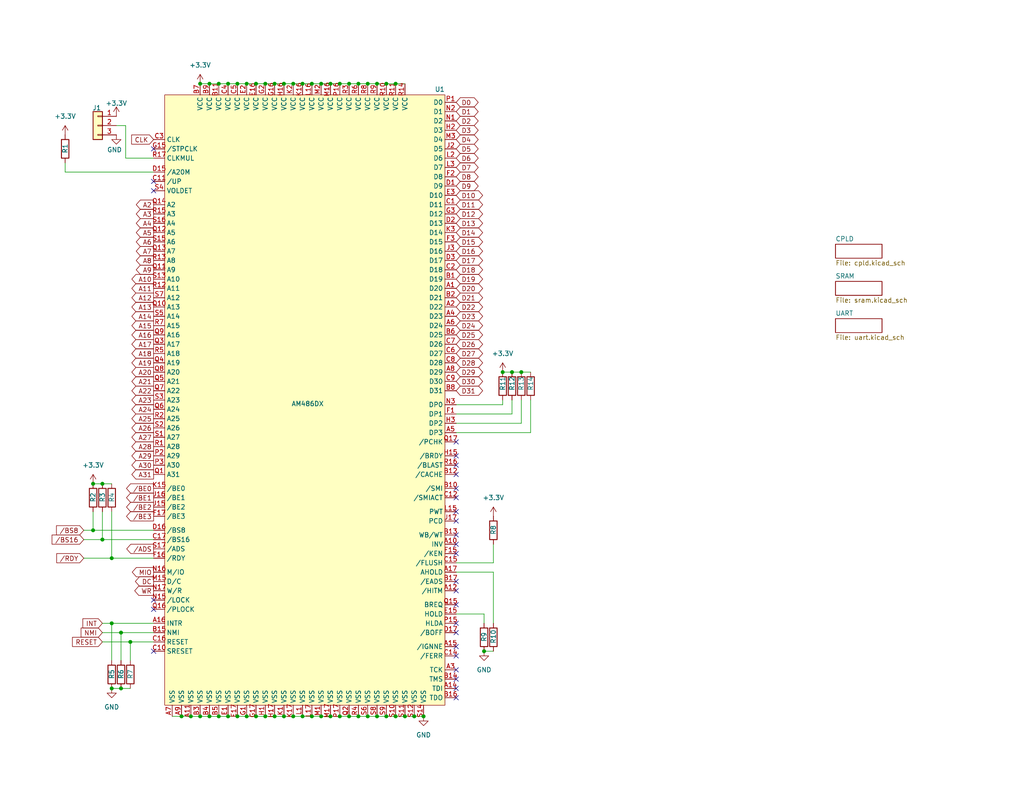
<source format=kicad_sch>
(kicad_sch (version 20231120) (generator "eeschema") (generator_version "8.0")
  (paper "USLetter")
  (title_block (title "Marlin 486 Proto") (date "2024-11-10") (rev "0.1") (company "Colin Maykish"))
  (lib_symbols
    (symbol "Am486DX:Am486DX"
      (property "Reference" "U" (at 33.02 86.36 0))
      (property "Value" "AM486DX" (at -37.084 86.614 0))
      (symbol "Am486DX_1_1"
        (rectangle (start -38.862 84.582) (end 37.592 -82.042) (fill (type background)))
        (pin bidirectional line (at 40.64 31.75 180) (length 3.048) (name "D20") (number "A1"))
        (pin input line (at 40.64 -38.1 180) (length 3.048) (name "INV") (number "A10"))
        (pin power_in line (at -31.75 -85.09 90) (length 3.048) (name "VSS") (number "A11"))
        (pin output line (at 40.64 -50.8 180) (length 3.048) (name "/HITM") (number "A12"))
        (pin no_connect line (at -41.91 -71.12 0) (length 3.048) hide (name "INC") (number "A13"))
        (pin input line (at 40.64 -77.47 180) (length 3.048) (name "TDI") (number "A14"))
        (pin input line (at 40.64 -66.04 180) (length 3.048) (name "/IGNNE") (number "A15"))
        (pin input line (at -41.91 -59.69 0) (length 3.048) (name "INTR") (number "A16"))
        (pin input line (at 40.64 -45.72 180) (length 3.048) (name "AHOLD") (number "A17"))
        (pin bidirectional line (at 40.64 26.67 180) (length 3.048) (name "D22") (number "A2"))
        (pin input line (at 40.64 -72.39 180) (length 3.048) (name "TCK") (number "A3"))
        (pin bidirectional line (at 40.64 24.13 180) (length 3.048) (name "D23") (number "A4"))
        (pin bidirectional line (at 40.64 -7.62 180) (length 3.048) (name "DP3") (number "A5"))
        (pin bidirectional line (at 40.64 21.59 180) (length 3.048) (name "D24") (number "A6"))
        (pin power_in line (at -36.83 -85.09 90) (length 3.048) (name "VSS") (number "A7"))
        (pin bidirectional line (at 40.64 8.89 180) (length 3.048) (name "D29") (number "A8"))
        (pin power_in line (at -34.29 -85.09 90) (length 3.048) (name "VSS") (number "A9"))
        (pin bidirectional line (at 40.64 34.29 180) (length 3.048) (name "D19") (number "B1"))
        (pin input line (at 40.64 -22.86 180) (length 3.048) (name "/SMI") (number "B10"))
        (pin power_in line (at -24.13 87.63 270) (length 3.048) (name "VCC") (number "B11"))
        (pin output line (at 40.64 -19.05 180) (length 3.048) (name "/CACHE") (number "B12"))
        (pin input line (at 40.64 -35.56 180) (length 3.048) (name "WB/WT") (number "B13"))
        (pin input line (at 40.64 -74.93 180) (length 3.048) (name "TMS") (number "B14"))
        (pin input line (at -41.91 -62.23 0) (length 3.048) (name "NMI") (number "B15"))
        (pin output line (at 40.64 -80.01 180) (length 3.048) (name "TDO") (number "B16"))
        (pin input line (at 40.64 -48.26 180) (length 3.048) (name "/EADS") (number "B17"))
        (pin bidirectional line (at 40.64 29.21 180) (length 3.048) (name "D21") (number "B2"))
        (pin power_in line (at -29.21 -85.09 90) (length 3.048) (name "VSS") (number "B3"))
        (pin power_in line (at -26.67 -85.09 90) (length 3.048) (name "VSS") (number "B4"))
        (pin power_in line (at -24.13 -85.09 90) (length 3.048) (name "VSS") (number "B5"))
        (pin bidirectional line (at 40.64 19.05 180) (length 3.048) (name "D25") (number "B6"))
        (pin power_in line (at -29.21 87.63 270) (length 3.048) (name "VCC") (number "B7"))
        (pin bidirectional line (at 40.64 3.81 180) (length 3.048) (name "D31") (number "B8"))
        (pin power_in line (at -26.67 87.63 270) (length 3.048) (name "VCC") (number "B9"))
        (pin bidirectional line (at 40.64 54.61 180) (length 3.048) (name "D11") (number "C1"))
        (pin input line (at -41.91 -67.31 0) (length 3.048) (name "SRESET") (number "C10"))
        (pin input line (at -41.91 60.96 0) (length 3.048) (name "/UP") (number "C11"))
        (pin output line (at 40.64 -25.4 180) (length 3.048) (name "/SMIACT") (number "C12"))
        (pin no_connect line (at -41.91 -73.66 0) (length 3.048) hide (name "INC") (number "C13"))
        (pin output line (at 40.64 -68.58 180) (length 3.048) (name "/FERR") (number "C14"))
        (pin input line (at 40.64 -43.18 180) (length 3.048) (name "/FLUSH") (number "C15"))
        (pin input line (at -41.91 -64.77 0) (length 3.048) (name "RESET") (number "C16"))
        (pin input line (at -41.91 -36.83 0) (length 3.048) (name "/BS16") (number "C17"))
        (pin bidirectional line (at 40.64 36.83 180) (length 3.048) (name "D18") (number "C2"))
        (pin input line (at -41.91 72.39 0) (length 3.048) (name "CLK") (number "C3"))
        (pin power_in line (at -21.59 87.63 270) (length 3.048) (name "VCC") (number "C4"))
        (pin power_in line (at -19.05 87.63 270) (length 3.048) (name "VCC") (number "C5"))
        (pin bidirectional line (at 40.64 13.97 180) (length 3.048) (name "D27") (number "C6"))
        (pin bidirectional line (at 40.64 16.51 180) (length 3.048) (name "D26") (number "C7"))
        (pin bidirectional line (at 40.64 11.43 180) (length 3.048) (name "D28") (number "C8"))
        (pin bidirectional line (at 40.64 6.35 180) (length 3.048) (name "D30") (number "C9"))
        (pin bidirectional line (at 40.64 59.69 180) (length 3.048) (name "D9") (number "D1"))
        (pin input line (at -41.91 63.5 0) (length 3.048) (name "/A20M") (number "D15"))
        (pin input line (at -41.91 -34.29 0) (length 3.048) (name "/BS8") (number "D16"))
        (pin input line (at 40.64 -62.23 180) (length 3.048) (name "/BOFF") (number "D17"))
        (pin bidirectional line (at 40.64 49.53 180) (length 3.048) (name "D13") (number "D2"))
        (pin bidirectional line (at 40.64 39.37 180) (length 3.048) (name "D17") (number "D3"))
        (pin power_in line (at -21.59 -85.09 90) (length 3.048) (name "VSS") (number "E1"))
        (pin input line (at 40.64 -57.15 180) (length 3.048) (name "HOLD") (number "E15"))
        (pin power_in line (at -13.97 87.63 270) (length 3.048) (name "VCC") (number "E16"))
        (pin power_in line (at -19.05 -85.09 90) (length 3.048) (name "VSS") (number "E17"))
        (pin power_in line (at -16.51 87.63 270) (length 3.048) (name "VCC") (number "E2"))
        (pin bidirectional line (at 40.64 57.15 180) (length 3.048) (name "D10") (number "E3"))
        (pin bidirectional line (at 40.64 -2.54 180) (length 3.048) (name "DP1") (number "F1"))
        (pin input line (at 40.64 -40.64 180) (length 3.048) (name "/KEN") (number "F15"))
        (pin input line (at -41.91 -41.91 0) (length 3.048) (name "/RDY") (number "F16"))
        (pin output line (at -41.91 -30.48 0) (length 3.048) (name "/BE3") (number "F17"))
        (pin bidirectional line (at 40.64 62.23 180) (length 3.048) (name "D8") (number "F2"))
        (pin bidirectional line (at 40.64 44.45 180) (length 3.048) (name "D15") (number "F3"))
        (pin power_in line (at -16.51 -85.09 90) (length 3.048) (name "VSS") (number "G1"))
        (pin input line (at -41.91 69.85 0) (length 3.048) (name "/STPCLK") (number "G15"))
        (pin power_in line (at -8.89 87.63 270) (length 3.048) (name "VCC") (number "G16"))
        (pin power_in line (at -13.97 -85.09 90) (length 3.048) (name "VSS") (number "G17"))
        (pin power_in line (at -11.43 87.63 270) (length 3.048) (name "VCC") (number "G2"))
        (pin bidirectional line (at 40.64 52.07 180) (length 3.048) (name "D12") (number "G3"))
        (pin power_in line (at -11.43 -85.09 90) (length 3.048) (name "VSS") (number "H1"))
        (pin input line (at 40.64 -13.97 180) (length 3.048) (name "/BRDY") (number "H15"))
        (pin power_in line (at -6.35 87.63 270) (length 3.048) (name "VCC") (number "H16"))
        (pin power_in line (at -8.89 -85.09 90) (length 3.048) (name "VSS") (number "H17"))
        (pin bidirectional line (at 40.64 74.93 180) (length 3.048) (name "D3") (number "H2"))
        (pin bidirectional line (at 40.64 -5.08 180) (length 3.048) (name "DP2") (number "H3"))
        (pin no_connect line (at -41.91 -76.2 0) (length 3.048) hide (name "INC") (number "J1"))
        (pin output line (at -41.91 -27.94 0) (length 3.048) (name "/BE2") (number "J15"))
        (pin output line (at -41.91 -25.4 0) (length 3.048) (name "/BE1") (number "J16"))
        (pin output line (at 40.64 -31.75 180) (length 3.048) (name "PCD") (number "J17"))
        (pin bidirectional line (at 40.64 69.85 180) (length 3.048) (name "D5") (number "J2"))
        (pin bidirectional line (at 40.64 41.91 180) (length 3.048) (name "D16") (number "J3"))
        (pin power_in line (at -6.35 -85.09 90) (length 3.048) (name "VSS") (number "K1"))
        (pin output line (at -41.91 -22.86 0) (length 3.048) (name "/BE0") (number "K15"))
        (pin power_in line (at -1.27 87.63 270) (length 3.048) (name "VCC") (number "K16"))
        (pin power_in line (at -3.81 -85.09 90) (length 3.048) (name "VSS") (number "K17"))
        (pin power_in line (at -3.81 87.63 270) (length 3.048) (name "VCC") (number "K2"))
        (pin bidirectional line (at 40.64 46.99 180) (length 3.048) (name "D14") (number "K3"))
        (pin power_in line (at -1.27 -85.09 90) (length 3.048) (name "VSS") (number "L1"))
        (pin output line (at 40.64 -29.21 180) (length 3.048) (name "PWT") (number "L15"))
        (pin power_in line (at 1.27 87.63 270) (length 3.048) (name "VCC") (number "L16"))
        (pin power_in line (at 1.27 -85.09 90) (length 3.048) (name "VSS") (number "L17"))
        (pin bidirectional line (at 40.64 67.31 180) (length 3.048) (name "D6") (number "L2"))
        (pin bidirectional line (at 40.64 64.77 180) (length 3.048) (name "D7") (number "L3"))
        (pin power_in line (at 3.81 -85.09 90) (length 3.048) (name "VSS") (number "M1"))
        (pin output line (at -41.91 -48.26 0) (length 3.048) (name "D/C") (number "M15"))
        (pin power_in line (at 6.35 87.63 270) (length 3.048) (name "VCC") (number "M16"))
        (pin power_in line (at 6.35 -85.09 90) (length 3.048) (name "VSS") (number "M17"))
        (pin power_in line (at 3.81 87.63 270) (length 3.048) (name "VCC") (number "M2"))
        (pin bidirectional line (at 40.64 72.39 180) (length 3.048) (name "D4") (number "M3"))
        (pin bidirectional line (at 40.64 77.47 180) (length 3.048) (name "D2") (number "N1"))
        (pin output line (at -41.91 -53.34 0) (length 3.048) (name "/LOCK") (number "N15"))
        (pin output line (at -41.91 -45.72 0) (length 3.048) (name "M/IO") (number "N16"))
        (pin output line (at -41.91 -50.8 0) (length 3.048) (name "W/R") (number "N17"))
        (pin bidirectional line (at 40.64 80.01 180) (length 3.048) (name "D1") (number "N2"))
        (pin bidirectional line (at 40.64 0 180) (length 3.048) (name "DP0") (number "N3"))
        (pin bidirectional line (at 40.64 82.55 180) (length 3.048) (name "D0") (number "P1"))
        (pin output line (at 40.64 -59.69 180) (length 3.048) (name "HLDA") (number "P15"))
        (pin power_in line (at 8.89 87.63 270) (length 3.048) (name "VCC") (number "P16"))
        (pin power_in line (at 8.89 -85.09 90) (length 3.048) (name "VSS") (number "P17"))
        (pin bidirectional line (at -41.91 -13.97 0) (length 3.048) (name "A29") (number "P2"))
        (pin bidirectional line (at -41.91 -16.51 0) (length 3.048) (name "A30") (number "P3"))
        (pin bidirectional line (at -41.91 -19.05 0) (length 3.048) (name "A31") (number "Q1"))
        (pin bidirectional line (at -41.91 26.67 0) (length 3.048) (name "A13") (number "Q10"))
        (pin bidirectional line (at -41.91 36.83 0) (length 3.048) (name "A9") (number "Q11"))
        (pin bidirectional line (at -41.91 46.99 0) (length 3.048) (name "A5") (number "Q12"))
        (pin bidirectional line (at -41.91 41.91 0) (length 3.048) (name "A7") (number "Q13"))
        (pin output line (at -41.91 54.61 0) (length 3.048) (name "A2") (number "Q14"))
        (pin output line (at 40.64 -54.61 180) (length 3.048) (name "BREQ") (number "Q15"))
        (pin output line (at -41.91 -55.88 0) (length 3.048) (name "/PLOCK") (number "Q16"))
        (pin output line (at 40.64 -10.16 180) (length 3.048) (name "/PCHK") (number "Q17"))
        (pin power_in line (at 11.43 -85.09 90) (length 3.048) (name "VSS") (number "Q2"))
        (pin bidirectional line (at -41.91 16.51 0) (length 3.048) (name "A17") (number "Q3"))
        (pin bidirectional line (at -41.91 11.43 0) (length 3.048) (name "A19") (number "Q4"))
        (pin bidirectional line (at -41.91 6.35 0) (length 3.048) (name "A21") (number "Q5"))
        (pin bidirectional line (at -41.91 -1.27 0) (length 3.048) (name "A24") (number "Q6"))
        (pin bidirectional line (at -41.91 3.81 0) (length 3.048) (name "A22") (number "Q7"))
        (pin bidirectional line (at -41.91 8.89 0) (length 3.048) (name "A20") (number "Q8"))
        (pin bidirectional line (at -41.91 19.05 0) (length 3.048) (name "A16") (number "Q9"))
        (pin bidirectional line (at -41.91 -11.43 0) (length 3.048) (name "A28") (number "R1"))
        (pin power_in line (at 21.59 87.63 270) (length 3.048) (name "VCC") (number "R10"))
        (pin power_in line (at 24.13 87.63 270) (length 3.048) (name "VCC") (number "R11"))
        (pin bidirectional line (at -41.91 31.75 0) (length 3.048) (name "A11") (number "R12"))
        (pin bidirectional line (at -41.91 39.37 0) (length 3.048) (name "A8") (number "R13"))
        (pin power_in line (at 26.67 87.63 270) (length 3.048) (name "VCC") (number "R14"))
        (pin output line (at -41.91 52.07 0) (length 3.048) (name "A3") (number "R15"))
        (pin output line (at 40.64 -16.51 180) (length 3.048) (name "/BLAST") (number "R16"))
        (pin input line (at -41.91 67.31 0) (length 3.048) (name "CLKMUL") (number "R17"))
        (pin bidirectional line (at -41.91 -3.81 0) (length 3.048) (name "A25") (number "R2"))
        (pin power_in line (at 11.43 87.63 270) (length 3.048) (name "VCC") (number "R3"))
        (pin power_in line (at 13.97 -85.09 90) (length 3.048) (name "VSS") (number "R4"))
        (pin bidirectional line (at -41.91 13.97 0) (length 3.048) (name "A18") (number "R5"))
        (pin power_in line (at 13.97 87.63 270) (length 3.048) (name "VCC") (number "R6"))
        (pin bidirectional line (at -41.91 21.59 0) (length 3.048) (name "A15") (number "R7"))
        (pin power_in line (at 16.51 87.63 270) (length 3.048) (name "VCC") (number "R8"))
        (pin power_in line (at 19.05 87.63 270) (length 3.048) (name "VCC") (number "R9"))
        (pin bidirectional line (at -41.91 -8.89 0) (length 3.048) (name "A27") (number "S1"))
        (pin power_in line (at 24.13 -85.09 90) (length 3.048) (name "VSS") (number "S10"))
        (pin power_in line (at 26.67 -85.09 90) (length 3.048) (name "VSS") (number "S11"))
        (pin power_in line (at 29.21 -85.09 90) (length 3.048) (name "VSS") (number "S12"))
        (pin bidirectional line (at -41.91 34.29 0) (length 3.048) (name "A10") (number "S13"))
        (pin power_in line (at 31.75 -85.09 90) (length 3.048) (name "VSS") (number "S14"))
        (pin bidirectional line (at -41.91 44.45 0) (length 3.048) (name "A6") (number "S15"))
        (pin bidirectional line (at -41.91 49.53 0) (length 3.048) (name "A4") (number "S16"))
        (pin output line (at -41.91 -39.37 0) (length 3.048) (name "/ADS") (number "S17"))
        (pin bidirectional line (at -41.91 -6.35 0) (length 3.048) (name "A26") (number "S2"))
        (pin bidirectional line (at -41.91 1.27 0) (length 3.048) (name "A23") (number "S3"))
        (pin output line (at -41.91 58.42 0) (length 3.048) (name "VOLDET") (number "S4"))
        (pin bidirectional line (at -41.91 24.13 0) (length 3.048) (name "A14") (number "S5"))
        (pin power_in line (at 16.51 -85.09 90) (length 3.048) (name "VSS") (number "S6"))
        (pin bidirectional line (at -41.91 29.21 0) (length 3.048) (name "A12") (number "S7"))
        (pin power_in line (at 19.05 -85.09 90) (length 3.048) (name "VSS") (number "S8"))
        (pin power_in line (at 21.59 -85.09 90) (length 3.048) (name "VSS") (number "S9"))
      )
    )
    (symbol "Connector_Generic:Conn_01x03" (pin_names (offset 1.016) hide)
      (property "Reference" "J" (at 0 5.08 0))
      (property "Value" "Conn_01x03" (at 0 -5.08 0))
      (symbol "Conn_01x03_1_1"
        (rectangle (start -1.27 -2.413) (end 0 -2.667) (stroke (width 0.1524)))
        (rectangle (start -1.27 0.127) (end 0 -0.127) (stroke (width 0.1524)))
        (rectangle (start -1.27 2.667) (end 0 2.413) (stroke (width 0.1524)))
        (rectangle (start -1.27 3.81) (end 1.27 -3.81) (stroke (width 0.254)) (fill (type background)))
        (pin passive line (at -5.08 2.54 0) (length 3.81) (name "Pin_1") (number "1"))
        (pin passive line (at -5.08 0 0) (length 3.81) (name "Pin_2") (number "2"))
        (pin passive line (at -5.08 -2.54 0) (length 3.81) (name "Pin_3") (number "3"))
      )
    )
    (symbol "Device:R" (pin_numbers hide) (pin_names (offset 0))
      (property "Reference" "R" (at 2.032 0 90))
      (property "Value" "R" (at 0 0 90))
      (symbol "R_0_1"
        (rectangle (start -1.016 -2.54) (end 1.016 2.54) (stroke (width 0.254)))
      )
      (symbol "R_1_1"
        (pin passive line (at 0 3.81 270) (length 1.27) (name "~") (number "1"))
        (pin passive line (at 0 -3.81 90) (length 1.27) (name "~") (number "2"))
      )
    )
    (symbol "power:+3.3V" (power) (pin_numbers hide) (pin_names (offset 0) hide)
      (property "Value" "+3.3V" (at 0 3.556 0))
      (symbol "+3.3V_0_1"
        (polyline (pts (xy -0.762 1.27) (xy 0 2.54)))
        (polyline (pts (xy 0 0) (xy 0 2.54)))
        (polyline (pts (xy 0 2.54) (xy 0.762 1.27)))
      )
      (symbol "+3.3V_1_1"
        (pin power_in line (at 0 0 90) (length 0) (name "~") (number "1"))
      )
    )
    (symbol "power:GND" (power) (pin_numbers hide) (pin_names (offset 0) hide)
      (property "Value" "GND" (at 0 -3.81 0))
      (symbol "GND_0_1"
        (polyline (pts (xy 0 0) (xy 0 -1.27) (xy 1.27 -1.27) (xy 0 -2.54) (xy -1.27 -1.27) (xy 0 -1.27)))
      )
      (symbol "GND_1_1"
        (pin power_in line (at 0 0 270) (length 0) (name "~") (number "1"))
      )
    )
  )
  (junction (at 105.41 195.58))
  (junction (at 113.03 195.58))
  (junction (at 100.33 22.86))
  (junction (at 97.79 22.86))
  (junction (at 57.15 195.58))
  (junction (at 90.17 22.86))
  (junction (at 105.41 22.86))
  (junction (at 69.85 22.86))
  (junction (at 25.4 144.78))
  (junction (at 67.31 22.86))
  (junction (at 52.07 195.58))
  (junction (at 54.61 22.86))
  (junction (at 102.87 195.58))
  (junction (at 100.33 195.58))
  (junction (at 95.25 195.58))
  (junction (at 30.48 170.18))
  (junction (at 57.15 22.86))
  (junction (at 77.47 22.86))
  (junction (at 87.63 22.86))
  (junction (at 107.95 22.86))
  (junction (at 30.48 187.96))
  (junction (at 62.23 195.58))
  (junction (at 92.71 22.86))
  (junction (at 82.55 22.86))
  (junction (at 74.93 195.58))
  (junction (at 33.02 172.72))
  (junction (at 142.24 101.6))
  (junction (at 64.77 22.86))
  (junction (at 49.53 195.58))
  (junction (at 97.79 195.58))
  (junction (at 69.85 195.58))
  (junction (at 95.25 22.86))
  (junction (at 80.01 195.58))
  (junction (at 107.95 195.58))
  (junction (at 25.4 132.08))
  (junction (at 139.7 101.6))
  (junction (at 30.48 152.4))
  (junction (at 67.31 195.58))
  (junction (at 59.69 22.86))
  (junction (at 115.57 195.58))
  (junction (at 64.77 195.58))
  (junction (at 87.63 195.58))
  (junction (at 82.55 195.58))
  (junction (at 85.09 22.86))
  (junction (at 77.47 195.58))
  (junction (at 27.94 147.32))
  (junction (at 62.23 22.86))
  (junction (at 59.69 195.58))
  (junction (at 102.87 22.86))
  (junction (at 80.01 22.86))
  (junction (at 137.16 101.6))
  (junction (at 33.02 187.96))
  (junction (at 110.49 195.58))
  (junction (at 90.17 195.58))
  (junction (at 72.39 195.58))
  (junction (at 72.39 22.86))
  (junction (at 74.93 22.86))
  (junction (at 132.08 177.8))
  (junction (at 92.71 195.58))
  (junction (at 54.61 195.58))
  (junction (at 35.56 175.26))
  (junction (at 27.94 132.08))
  (junction (at 85.09 195.58))
  (no_connect (at 124.46 158.75))
  (no_connect (at 124.46 120.65))
  (no_connect (at 124.46 161.29))
  (no_connect (at 124.46 124.46))
  (no_connect (at 124.46 165.1))
  (no_connect (at 124.46 176.53))
  (no_connect (at 41.91 163.83))
  (no_connect (at 124.46 187.96))
  (no_connect (at 124.46 182.88))
  (no_connect (at 124.46 135.89))
  (no_connect (at 41.91 52.07))
  (no_connect (at 41.91 166.37))
  (no_connect (at 124.46 146.05))
  (no_connect (at 124.46 127))
  (no_connect (at 124.46 142.24))
  (no_connect (at 124.46 172.72))
  (no_connect (at 124.46 179.07))
  (no_connect (at 124.46 133.35))
  (no_connect (at 124.46 185.42))
  (no_connect (at 41.91 40.64))
  (no_connect (at 124.46 151.13))
  (no_connect (at 124.46 148.59))
  (no_connect (at 41.91 49.53))
  (no_connect (at 124.46 170.18))
  (no_connect (at 41.91 177.8))
  (no_connect (at 124.46 190.5))
  (no_connect (at 124.46 139.7))
  (no_connect (at 124.46 129.54))
  (wire (pts (xy 95.25 22.86) (xy 97.79 22.86)))
  (wire (pts (xy 27.94 132.08) (xy 30.48 132.08)))
  (wire (pts (xy 82.55 195.58) (xy 85.09 195.58)))
  (wire (pts (xy 35.56 175.26) (xy 41.91 175.26)))
  (wire (pts (xy 137.16 110.49) (xy 137.16 109.22)))
  (wire (pts (xy 124.46 110.49) (xy 137.16 110.49)))
  (wire (pts (xy 132.08 167.64) (xy 132.08 170.18)))
  (wire (pts (xy 80.01 22.86) (xy 82.55 22.86)))
  (wire (pts (xy 102.87 195.58) (xy 105.41 195.58)))
  (wire (pts (xy 142.24 101.6) (xy 144.78 101.6)))
  (wire (pts (xy 22.86 152.4) (xy 30.48 152.4)))
  (wire (pts (xy 139.7 113.03) (xy 139.7 109.22)))
  (wire (pts (xy 25.4 139.7) (xy 25.4 144.78)))
  (wire (pts (xy 52.07 195.58) (xy 54.61 195.58)))
  (wire (pts (xy 57.15 195.58) (xy 59.69 195.58)))
  (wire (pts (xy 105.41 22.86) (xy 107.95 22.86)))
  (wire (pts (xy 17.78 46.99) (xy 17.78 44.45)))
  (wire (pts (xy 27.94 139.7) (xy 27.94 147.32)))
  (wire (pts (xy 85.09 22.86) (xy 87.63 22.86)))
  (wire (pts (xy 100.33 22.86) (xy 102.87 22.86)))
  (wire (pts (xy 59.69 22.86) (xy 62.23 22.86)))
  (wire (pts (xy 33.02 172.72) (xy 41.91 172.72)))
  (wire (pts (xy 49.53 195.58) (xy 52.07 195.58)))
  (wire (pts (xy 87.63 195.58) (xy 90.17 195.58)))
  (wire (pts (xy 124.46 156.21) (xy 134.62 156.21)))
  (wire (pts (xy 132.08 177.8) (xy 134.62 177.8)))
  (wire (pts (xy 35.56 175.26) (xy 35.56 180.34)))
  (wire (pts (xy 97.79 22.86) (xy 100.33 22.86)))
  (wire (pts (xy 33.02 172.72) (xy 33.02 180.34)))
  (wire (pts (xy 41.91 46.99) (xy 17.78 46.99)))
  (wire (pts (xy 27.94 147.32) (xy 41.91 147.32)))
  (wire (pts (xy 134.62 153.67) (xy 134.62 148.59)))
  (wire (pts (xy 22.86 144.78) (xy 25.4 144.78)))
  (wire (pts (xy 72.39 22.86) (xy 74.93 22.86)))
  (wire (pts (xy 77.47 195.58) (xy 80.01 195.58)))
  (wire (pts (xy 67.31 195.58) (xy 69.85 195.58)))
  (wire (pts (xy 124.46 118.11) (xy 144.78 118.11)))
  (wire (pts (xy 144.78 118.11) (xy 144.78 109.22)))
  (wire (pts (xy 57.15 22.86) (xy 59.69 22.86)))
  (wire (pts (xy 25.4 144.78) (xy 41.91 144.78)))
  (wire (pts (xy 74.93 195.58) (xy 77.47 195.58)))
  (wire (pts (xy 92.71 22.86) (xy 95.25 22.86)))
  (wire (pts (xy 80.01 195.58) (xy 82.55 195.58)))
  (wire (pts (xy 100.33 195.58) (xy 102.87 195.58)))
  (wire (pts (xy 54.61 22.86) (xy 57.15 22.86)))
  (wire (pts (xy 64.77 22.86) (xy 67.31 22.86)))
  (wire (pts (xy 59.69 195.58) (xy 62.23 195.58)))
  (wire (pts (xy 105.41 195.58) (xy 107.95 195.58)))
  (wire (pts (xy 74.93 22.86) (xy 77.47 22.86)))
  (wire (pts (xy 102.87 22.86) (xy 105.41 22.86)))
  (wire (pts (xy 34.29 34.29) (xy 34.29 43.18)))
  (wire (pts (xy 142.24 115.57) (xy 142.24 109.22)))
  (wire (pts (xy 110.49 195.58) (xy 113.03 195.58)))
  (wire (pts (xy 27.94 172.72) (xy 33.02 172.72)))
  (wire (pts (xy 139.7 101.6) (xy 142.24 101.6)))
  (wire (pts (xy 90.17 195.58) (xy 92.71 195.58)))
  (wire (pts (xy 82.55 22.86) (xy 85.09 22.86)))
  (wire (pts (xy 77.47 22.86) (xy 80.01 22.86)))
  (wire (pts (xy 69.85 195.58) (xy 72.39 195.58)))
  (wire (pts (xy 30.48 152.4) (xy 41.91 152.4)))
  (wire (pts (xy 54.61 195.58) (xy 57.15 195.58)))
  (wire (pts (xy 124.46 113.03) (xy 139.7 113.03)))
  (wire (pts (xy 85.09 195.58) (xy 87.63 195.58)))
  (wire (pts (xy 30.48 170.18) (xy 30.48 180.34)))
  (wire (pts (xy 27.94 175.26) (xy 35.56 175.26)))
  (wire (pts (xy 25.4 132.08) (xy 27.94 132.08)))
  (wire (pts (xy 124.46 115.57) (xy 142.24 115.57)))
  (wire (pts (xy 107.95 195.58) (xy 110.49 195.58)))
  (wire (pts (xy 22.86 147.32) (xy 27.94 147.32)))
  (wire (pts (xy 31.75 34.29) (xy 34.29 34.29)))
  (wire (pts (xy 95.25 195.58) (xy 97.79 195.58)))
  (wire (pts (xy 64.77 195.58) (xy 67.31 195.58)))
  (wire (pts (xy 90.17 22.86) (xy 92.71 22.86)))
  (wire (pts (xy 67.31 22.86) (xy 69.85 22.86)))
  (wire (pts (xy 92.71 195.58) (xy 95.25 195.58)))
  (wire (pts (xy 62.23 195.58) (xy 64.77 195.58)))
  (wire (pts (xy 107.95 22.86) (xy 110.49 22.86)))
  (wire (pts (xy 30.48 170.18) (xy 41.91 170.18)))
  (wire (pts (xy 124.46 167.64) (xy 132.08 167.64)))
  (wire (pts (xy 30.48 187.96) (xy 33.02 187.96)))
  (wire (pts (xy 69.85 22.86) (xy 72.39 22.86)))
  (wire (pts (xy 72.39 195.58) (xy 74.93 195.58)))
  (wire (pts (xy 124.46 153.67) (xy 134.62 153.67)))
  (wire (pts (xy 97.79 195.58) (xy 100.33 195.58)))
  (wire (pts (xy 87.63 22.86) (xy 90.17 22.86)))
  (wire (pts (xy 27.94 170.18) (xy 30.48 170.18)))
  (wire (pts (xy 134.62 156.21) (xy 134.62 170.18)))
  (wire (pts (xy 46.99 195.58) (xy 49.53 195.58)))
  (wire (pts (xy 33.02 187.96) (xy 35.56 187.96)))
  (wire (pts (xy 30.48 139.7) (xy 30.48 152.4)))
  (wire (pts (xy 34.29 43.18) (xy 41.91 43.18)))
  (wire (pts (xy 113.03 195.58) (xy 115.57 195.58)))
  (wire (pts (xy 137.16 101.6) (xy 139.7 101.6)))
  (wire (pts (xy 62.23 22.86) (xy 64.77 22.86)))
  (global_label "{slash}BE3" (shape output) (at 41.91 140.97 180) (property "Intersheetrefs" "${INTERSHEET_REFS}" (effects (hide yes))))
  (global_label "D7" (shape bidirectional) (at 124.46 45.72 0) (property "Intersheetrefs" "${INTERSHEET_REFS}" (effects (hide yes))))
  (global_label "D4" (shape bidirectional) (at 124.46 38.1 0) (property "Intersheetrefs" "${INTERSHEET_REFS}" (effects (hide yes))))
  (global_label "A15" (shape output) (at 41.91 88.9 180) (property "Intersheetrefs" "${INTERSHEET_REFS}" (effects (hide yes))))
  (global_label "A16" (shape output) (at 41.91 91.44 180) (property "Intersheetrefs" "${INTERSHEET_REFS}" (effects (hide yes))))
  (global_label "RESET" (shape input) (at 27.94 175.26 180) (property "Intersheetrefs" "${INTERSHEET_REFS}" (effects (hide yes))))
  (global_label "A24" (shape output) (at 41.91 111.76 180) (property "Intersheetrefs" "${INTERSHEET_REFS}" (effects (hide yes))))
  (global_label "D11" (shape bidirectional) (at 124.46 55.88 0) (property "Intersheetrefs" "${INTERSHEET_REFS}" (effects (hide yes))))
  (global_label "A22" (shape output) (at 41.91 106.68 180) (property "Intersheetrefs" "${INTERSHEET_REFS}" (effects (hide yes))))
  (global_label "D30" (shape bidirectional) (at 124.46 104.14 0) (property "Intersheetrefs" "${INTERSHEET_REFS}" (effects (hide yes))))
  (global_label "{slash}BS16" (shape input) (at 22.86 147.32 180) (property "Intersheetrefs" "${INTERSHEET_REFS}" (effects (hide yes))))
  (global_label "D1" (shape bidirectional) (at 124.46 30.48 0) (property "Intersheetrefs" "${INTERSHEET_REFS}" (effects (hide yes))))
  (global_label "MIO" (shape output) (at 41.91 156.21 180) (property "Intersheetrefs" "${INTERSHEET_REFS}" (effects (hide yes))))
  (global_label "A23" (shape output) (at 41.91 109.22 180) (property "Intersheetrefs" "${INTERSHEET_REFS}" (effects (hide yes))))
  (global_label "D14" (shape bidirectional) (at 124.46 63.5 0) (property "Intersheetrefs" "${INTERSHEET_REFS}" (effects (hide yes))))
  (global_label "D18" (shape bidirectional) (at 124.46 73.66 0) (property "Intersheetrefs" "${INTERSHEET_REFS}" (effects (hide yes))))
  (global_label "{slash}ADS" (shape output) (at 41.91 149.86 180) (property "Intersheetrefs" "${INTERSHEET_REFS}" (effects (hide yes))))
  (global_label "A17" (shape output) (at 41.91 93.98 180) (property "Intersheetrefs" "${INTERSHEET_REFS}" (effects (hide yes))))
  (global_label "D15" (shape bidirectional) (at 124.46 66.04 0) (property "Intersheetrefs" "${INTERSHEET_REFS}" (effects (hide yes))))
  (global_label "A2" (shape output) (at 41.91 55.88 180) (property "Intersheetrefs" "${INTERSHEET_REFS}" (effects (hide yes))))
  (global_label "A10" (shape output) (at 41.91 76.2 180) (property "Intersheetrefs" "${INTERSHEET_REFS}" (effects (hide yes))))
  (global_label "D20" (shape bidirectional) (at 124.46 78.74 0) (property "Intersheetrefs" "${INTERSHEET_REFS}" (effects (hide yes))))
  (global_label "NMI" (shape input) (at 27.94 172.72 180) (property "Intersheetrefs" "${INTERSHEET_REFS}" (effects (hide yes))))
  (global_label "{slash}BE0" (shape output) (at 41.91 133.35 180) (property "Intersheetrefs" "${INTERSHEET_REFS}" (effects (hide yes))))
  (global_label "A4" (shape output) (at 41.91 60.96 180) (property "Intersheetrefs" "${INTERSHEET_REFS}" (effects (hide yes))))
  (global_label "A8" (shape output) (at 41.91 71.12 180) (property "Intersheetrefs" "${INTERSHEET_REFS}" (effects (hide yes))))
  (global_label "A5" (shape output) (at 41.91 63.5 180) (property "Intersheetrefs" "${INTERSHEET_REFS}" (effects (hide yes))))
  (global_label "{slash}BE1" (shape output) (at 41.91 135.89 180) (property "Intersheetrefs" "${INTERSHEET_REFS}" (effects (hide yes))))
  (global_label "A27" (shape output) (at 41.91 119.38 180) (property "Intersheetrefs" "${INTERSHEET_REFS}" (effects (hide yes))))
  (global_label "A7" (shape output) (at 41.91 68.58 180) (property "Intersheetrefs" "${INTERSHEET_REFS}" (effects (hide yes))))
  (global_label "D0" (shape bidirectional) (at 124.46 27.94 0) (property "Intersheetrefs" "${INTERSHEET_REFS}" (effects (hide yes))))
  (global_label "D8" (shape bidirectional) (at 124.46 48.26 0) (property "Intersheetrefs" "${INTERSHEET_REFS}" (effects (hide yes))))
  (global_label "A29" (shape output) (at 41.91 124.46 180) (property "Intersheetrefs" "${INTERSHEET_REFS}" (effects (hide yes))))
  (global_label "A13" (shape output) (at 41.91 83.82 180) (property "Intersheetrefs" "${INTERSHEET_REFS}" (effects (hide yes))))
  (global_label "A18" (shape output) (at 41.91 96.52 180) (property "Intersheetrefs" "${INTERSHEET_REFS}" (effects (hide yes))))
  (global_label "A28" (shape output) (at 41.91 121.92 180) (property "Intersheetrefs" "${INTERSHEET_REFS}" (effects (hide yes))))
  (global_label "A11" (shape output) (at 41.91 78.74 180) (property "Intersheetrefs" "${INTERSHEET_REFS}" (effects (hide yes))))
  (global_label "A19" (shape output) (at 41.91 99.06 180) (property "Intersheetrefs" "${INTERSHEET_REFS}" (effects (hide yes))))
  (global_label "WR" (shape output) (at 41.91 161.29 180) (property "Intersheetrefs" "${INTERSHEET_REFS}" (effects (hide yes))))
  (global_label "A31" (shape output) (at 41.91 129.54 180) (property "Intersheetrefs" "${INTERSHEET_REFS}" (effects (hide yes))))
  (global_label "D22" (shape bidirectional) (at 124.46 83.82 0) (property "Intersheetrefs" "${INTERSHEET_REFS}" (effects (hide yes))))
  (global_label "D16" (shape bidirectional) (at 124.46 68.58 0) (property "Intersheetrefs" "${INTERSHEET_REFS}" (effects (hide yes))))
  (global_label "D19" (shape bidirectional) (at 124.46 76.2 0) (property "Intersheetrefs" "${INTERSHEET_REFS}" (effects (hide yes))))
  (global_label "DC" (shape output) (at 41.91 158.75 180) (property "Intersheetrefs" "${INTERSHEET_REFS}" (effects (hide yes))))
  (global_label "A12" (shape output) (at 41.91 81.28 180) (property "Intersheetrefs" "${INTERSHEET_REFS}" (effects (hide yes))))
  (global_label "INT" (shape input) (at 27.94 170.18 180) (property "Intersheetrefs" "${INTERSHEET_REFS}" (effects (hide yes))))
  (global_label "{slash}BS8" (shape input) (at 22.86 144.78 180) (property "Intersheetrefs" "${INTERSHEET_REFS}" (effects (hide yes))))
  (global_label "{slash}RDY" (shape input) (at 22.86 152.4 180) (property "Intersheetrefs" "${INTERSHEET_REFS}" (effects (hide yes))))
  (global_label "D31" (shape bidirectional) (at 124.46 106.68 0) (property "Intersheetrefs" "${INTERSHEET_REFS}" (effects (hide yes))))
  (global_label "D10" (shape bidirectional) (at 124.46 53.34 0) (property "Intersheetrefs" "${INTERSHEET_REFS}" (effects (hide yes))))
  (global_label "D26" (shape bidirectional) (at 124.46 93.98 0) (property "Intersheetrefs" "${INTERSHEET_REFS}" (effects (hide yes))))
  (global_label "D9" (shape bidirectional) (at 124.46 50.8 0) (property "Intersheetrefs" "${INTERSHEET_REFS}" (effects (hide yes))))
  (global_label "{slash}BE2" (shape output) (at 41.91 138.43 180) (property "Intersheetrefs" "${INTERSHEET_REFS}" (effects (hide yes))))
  (global_label "A3" (shape output) (at 41.91 58.42 180) (property "Intersheetrefs" "${INTERSHEET_REFS}" (effects (hide yes))))
  (global_label "A30" (shape output) (at 41.91 127 180) (property "Intersheetrefs" "${INTERSHEET_REFS}" (effects (hide yes))))
  (global_label "D29" (shape bidirectional) (at 124.46 101.6 0) (property "Intersheetrefs" "${INTERSHEET_REFS}" (effects (hide yes))))
  (global_label "D12" (shape bidirectional) (at 124.46 58.42 0) (property "Intersheetrefs" "${INTERSHEET_REFS}" (effects (hide yes))))
  (global_label "A25" (shape output) (at 41.91 114.3 180) (property "Intersheetrefs" "${INTERSHEET_REFS}" (effects (hide yes))))
  (global_label "D2" (shape bidirectional) (at 124.46 33.02 0) (property "Intersheetrefs" "${INTERSHEET_REFS}" (effects (hide yes))))
  (global_label "D3" (shape bidirectional) (at 124.46 35.56 0) (property "Intersheetrefs" "${INTERSHEET_REFS}" (effects (hide yes))))
  (global_label "D6" (shape bidirectional) (at 124.46 43.18 0) (property "Intersheetrefs" "${INTERSHEET_REFS}" (effects (hide yes))))
  (global_label "D13" (shape bidirectional) (at 124.46 60.96 0) (property "Intersheetrefs" "${INTERSHEET_REFS}" (effects (hide yes))))
  (global_label "D27" (shape bidirectional) (at 124.46 96.52 0) (property "Intersheetrefs" "${INTERSHEET_REFS}" (effects (hide yes))))
  (global_label "A14" (shape output) (at 41.91 86.36 180) (property "Intersheetrefs" "${INTERSHEET_REFS}" (effects (hide yes))))
  (global_label "D21" (shape bidirectional) (at 124.46 81.28 0) (property "Intersheetrefs" "${INTERSHEET_REFS}" (effects (hide yes))))
  (global_label "CLK" (shape input) (at 41.91 38.1 180) (property "Intersheetrefs" "${INTERSHEET_REFS}" (effects (hide yes))))
  (global_label "D17" (shape bidirectional) (at 124.46 71.12 0) (property "Intersheetrefs" "${INTERSHEET_REFS}" (effects (hide yes))))
  (global_label "D25" (shape bidirectional) (at 124.46 91.44 0) (property "Intersheetrefs" "${INTERSHEET_REFS}" (effects (hide yes))))
  (global_label "A20" (shape output) (at 41.91 101.6 180) (property "Intersheetrefs" "${INTERSHEET_REFS}" (effects (hide yes))))
  (global_label "A9" (shape output) (at 41.91 73.66 180) (property "Intersheetrefs" "${INTERSHEET_REFS}" (effects (hide yes))))
  (global_label "D28" (shape bidirectional) (at 124.46 99.06 0) (property "Intersheetrefs" "${INTERSHEET_REFS}" (effects (hide yes))))
  (global_label "A21" (shape output) (at 41.91 104.14 180) (property "Intersheetrefs" "${INTERSHEET_REFS}" (effects (hide yes))))
  (global_label "D24" (shape bidirectional) (at 124.46 88.9 0) (property "Intersheetrefs" "${INTERSHEET_REFS}" (effects (hide yes))))
  (global_label "D23" (shape bidirectional) (at 124.46 86.36 0) (property "Intersheetrefs" "${INTERSHEET_REFS}" (effects (hide yes))))
  (global_label "A26" (shape output) (at 41.91 116.84 180) (property "Intersheetrefs" "${INTERSHEET_REFS}" (effects (hide yes))))
  (global_label "A6" (shape output) (at 41.91 66.04 180) (property "Intersheetrefs" "${INTERSHEET_REFS}" (effects (hide yes))))
  (global_label "D5" (shape bidirectional) (at 124.46 40.64 0) (property "Intersheetrefs" "${INTERSHEET_REFS}" (effects (hide yes))))
  (symbol (lib_id "power:+3.3V") (at 137.16 101.6 0) (unit 1)
    (property "Reference" "#PWR010" (effects (hide yes)))
    (property "Value" "+3.3V" (at 137.16 96.52 0))
    (property "Description" "Power symbol creates a global label with name \"+3.3V\"" (effects (hide yes)))
  )
  (symbol (lib_id "Device:R") (at 33.02 184.15 0) (unit 1)
    (property "Reference" "R6" (at 33.02 185.42 90) (effects (justify left)))
    (property "Value" "4k7" (effects (hide yes)))
    (property "Footprint" "Resistor_THT:R_Axial_DIN0207_L6.3mm_D2.5mm_P7.62mm_Horizontal" (effects (hide yes)))
    (property "Description" "Resistor" (effects (hide yes)))
  )
  (symbol (lib_id "Device:R") (at 27.94 135.89 0) (unit 1)
    (property "Reference" "R3" (at 27.94 137.16 90) (effects (justify left)))
    (property "Value" "4k7" (effects (hide yes)))
    (property "Footprint" "Resistor_THT:R_Axial_DIN0207_L6.3mm_D2.5mm_P7.62mm_Horizontal" (effects (hide yes)))
    (property "Description" "Resistor" (effects (hide yes)))
  )
  (symbol (lib_id "Device:R") (at 17.78 40.64 0) (unit 1)
    (property "Reference" "R1" (at 17.78 41.91 90) (effects (justify left)))
    (property "Value" "4k7" (effects (hide yes)))
    (property "Footprint" "Resistor_THT:R_Axial_DIN0207_L6.3mm_D2.5mm_P7.62mm_Horizontal" (effects (hide yes)))
    (property "Description" "Resistor" (effects (hide yes)))
  )
  (symbol (lib_id "power:GND") (at 30.48 187.96 0) (unit 1)
    (property "Reference" "#PWR03" (effects (hide yes)))
    (property "Value" "GND" (at 30.48 193.04 0))
    (property "Description" "Power symbol creates a global label with name \"GND\" , ground" (effects (hide yes)))
  )
  (symbol (lib_id "Device:R") (at 137.16 105.41 0) (unit 1)
    (property "Reference" "R11" (at 137.16 106.68 90) (effects (justify left)))
    (property "Value" "4k7" (effects (hide yes)))
    (property "Footprint" "Resistor_THT:R_Axial_DIN0207_L6.3mm_D2.5mm_P7.62mm_Horizontal" (effects (hide yes)))
    (property "Description" "Resistor" (effects (hide yes)))
  )
  (symbol (lib_id "power:+3.3V") (at 54.61 22.86 0) (unit 1)
    (property "Reference" "#PWR06" (effects (hide yes)))
    (property "Value" "+3.3V" (at 54.61 17.78 0))
    (property "Description" "Power symbol creates a global label with name \"+3.3V\"" (effects (hide yes)))
  )
  (symbol (lib_id "power:+3.3V") (at 25.4 132.08 0) (unit 1)
    (property "Reference" "#PWR02" (effects (hide yes)))
    (property "Value" "+3.3V" (at 25.4 127 0))
    (property "Description" "Power symbol creates a global label with name \"+3.3V\"" (effects (hide yes)))
  )
  (symbol (lib_id "Device:R") (at 35.56 184.15 0) (unit 1)
    (property "Reference" "R7" (at 35.56 185.42 90) (effects (justify left)))
    (property "Value" "4k7" (effects (hide yes)))
    (property "Footprint" "Resistor_THT:R_Axial_DIN0207_L6.3mm_D2.5mm_P7.62mm_Horizontal" (effects (hide yes)))
    (property "Description" "Resistor" (effects (hide yes)))
  )
  (symbol (lib_id "Device:R") (at 139.7 105.41 0) (unit 1)
    (property "Reference" "R12" (at 139.7 106.68 90) (effects (justify left)))
    (property "Value" "4k7" (effects (hide yes)))
    (property "Footprint" "Resistor_THT:R_Axial_DIN0207_L6.3mm_D2.5mm_P7.62mm_Horizontal" (effects (hide yes)))
    (property "Description" "Resistor" (effects (hide yes)))
  )
  (symbol (lib_id "Device:R") (at 142.24 105.41 0) (unit 1)
    (property "Reference" "R13" (at 142.24 106.68 90) (effects (justify left)))
    (property "Value" "4k7" (effects (hide yes)))
    (property "Footprint" "Resistor_THT:R_Axial_DIN0207_L6.3mm_D2.5mm_P7.62mm_Horizontal" (effects (hide yes)))
    (property "Description" "Resistor" (effects (hide yes)))
  )
  (symbol (lib_id "power:GND") (at 115.57 195.58 0) (unit 1)
    (property "Reference" "#PWR07" (effects (hide yes)))
    (property "Value" "GND" (at 115.57 200.66 0))
    (property "Description" "Power symbol creates a global label with name \"GND\" , ground" (effects (hide yes)))
  )
  (symbol (lib_id "Am486DX:Am486DX") (at 83.82 110.49 0) (unit 1)
    (property "Reference" "U1" (at 118.618 24.384 0) (effects (justify left)))
    (property "Value" "AM486DX" (at 79.502 110.236 0) (effects (justify left)))
    (property "Footprint" "marlin-486:PGA168" (effects (hide yes)))
  )
  (symbol (lib_id "power:GND") (at 31.75 36.83 0) (unit 1)
    (property "Reference" "#PWR05" (effects (hide yes)))
    (property "Value" "GND" (at 31.242 40.894 0))
    (property "Description" "Power symbol creates a global label with name \"GND\" , ground" (effects (hide yes)))
  )
  (symbol (lib_id "Device:R") (at 134.62 173.99 0) (unit 1)
    (property "Reference" "R10" (at 134.62 175.768 90) (effects (justify left)))
    (property "Value" "4k7" (effects (hide yes)))
    (property "Footprint" "Resistor_THT:R_Axial_DIN0207_L6.3mm_D2.5mm_P7.62mm_Horizontal" (effects (hide yes)))
    (property "Description" "Resistor" (effects (hide yes)))
  )
  (symbol (lib_id "power:+3.3V") (at 31.75 31.75 0) (unit 1)
    (property "Reference" "#PWR04" (effects (hide yes)))
    (property "Value" "+3.3V" (at 31.75 28.194 0))
    (property "Description" "Power symbol creates a global label with name \"+3.3V\"" (effects (hide yes)))
  )
  (symbol (lib_id "power:GND") (at 132.08 177.8 0) (unit 1)
    (property "Reference" "#PWR09" (effects (hide yes)))
    (property "Value" "GND" (at 132.08 182.88 0))
    (property "Description" "Power symbol creates a global label with name \"GND\" , ground" (effects (hide yes)))
  )
  (symbol (lib_id "power:+3.3V") (at 134.62 140.97 0) (unit 1)
    (property "Reference" "#PWR08" (effects (hide yes)))
    (property "Value" "+3.3V" (at 134.62 135.89 0))
    (property "Description" "Power symbol creates a global label with name \"+3.3V\"" (effects (hide yes)))
  )
  (symbol (lib_id "Device:R") (at 30.48 135.89 0) (unit 1)
    (property "Reference" "R4" (at 30.48 137.16 90) (effects (justify left)))
    (property "Value" "4k7" (effects (hide yes)))
    (property "Footprint" "Resistor_THT:R_Axial_DIN0207_L6.3mm_D2.5mm_P7.62mm_Horizontal" (effects (hide yes)))
    (property "Description" "Resistor" (effects (hide yes)))
  )
  (symbol (lib_id "Device:R") (at 25.4 135.89 0) (unit 1)
    (property "Reference" "R2" (at 25.4 137.16 90) (effects (justify left)))
    (property "Value" "4k7" (effects (hide yes)))
    (property "Footprint" "Resistor_THT:R_Axial_DIN0207_L6.3mm_D2.5mm_P7.62mm_Horizontal" (effects (hide yes)))
    (property "Description" "Resistor" (effects (hide yes)))
  )
  (symbol (lib_id "Device:R") (at 144.78 105.41 0) (unit 1)
    (property "Reference" "R14" (at 144.78 106.68 90) (effects (justify left)))
    (property "Value" "4k7" (effects (hide yes)))
    (property "Footprint" "Resistor_THT:R_Axial_DIN0207_L6.3mm_D2.5mm_P7.62mm_Horizontal" (effects (hide yes)))
    (property "Description" "Resistor" (effects (hide yes)))
  )
  (symbol (lib_id "Device:R") (at 30.48 184.15 0) (unit 1)
    (property "Reference" "R5" (at 30.48 185.42 90) (effects (justify left)))
    (property "Value" "4k7" (effects (hide yes)))
    (property "Footprint" "Resistor_THT:R_Axial_DIN0207_L6.3mm_D2.5mm_P7.62mm_Horizontal" (effects (hide yes)))
    (property "Description" "Resistor" (effects (hide yes)))
  )
  (symbol (lib_id "power:+3.3V") (at 17.78 36.83 0) (unit 1)
    (property "Reference" "#PWR01" (effects (hide yes)))
    (property "Value" "+3.3V" (at 17.78 31.75 0))
    (property "Description" "Power symbol creates a global label with name \"+3.3V\"" (effects (hide yes)))
  )
  (symbol (lib_id "Device:R") (at 134.62 144.78 0) (unit 1)
    (property "Reference" "R8" (at 134.62 146.05 90) (effects (justify left)))
    (property "Value" "4k7" (effects (hide yes)))
    (property "Footprint" "Resistor_THT:R_Axial_DIN0207_L6.3mm_D2.5mm_P7.62mm_Horizontal" (effects (hide yes)))
    (property "Description" "Resistor" (effects (hide yes)))
  )
  (symbol (lib_id "Connector_Generic:Conn_01x03") (at 26.67 34.29 0) (mirror y) (unit 1)
    (property "Reference" "J1" (at 26.416 29.464 0))
    (property "Value" "Conn_01x03" (effects (hide yes)))
    (property "Footprint" "Connector_PinHeader_2.54mm:PinHeader_1x03_P2.54mm_Vertical" (effects (hide yes)))
    (property "Description" "Generic connector, single row, 01x03, script generated (kicad-library-utils/schlib/autogen/connector/)" (effects (hide yes)))
  )
  (symbol (lib_id "Device:R") (at 132.08 173.99 0) (unit 1)
    (property "Reference" "R9" (at 132.08 175.26 90) (effects (justify left)))
    (property "Value" "4k7" (effects (hide yes)))
    (property "Footprint" "Resistor_THT:R_Axial_DIN0207_L6.3mm_D2.5mm_P7.62mm_Horizontal" (effects (hide yes)))
    (property "Description" "Resistor" (effects (hide yes)))
  )
  (sheet (at 227.965 66.675) (size 12.7 3.81) (stroke (width 0.1524))
    (property "Sheetname" "CPLD" (at 227.965 65.9634 0) (effects (justify left bottom)))
    (property "Sheetfile" "cpld.kicad_sch" (at 227.965 71.0696 0) (effects (justify left top)))
  )
  (sheet (at 227.965 76.835) (size 12.7 3.81) (stroke (width 0.1524))
    (property "Sheetname" "SRAM" (at 227.965 76.1234 0) (effects (justify left bottom)))
    (property "Sheetfile" "sram.kicad_sch" (at 227.965 81.2296 0) (effects (justify left top)))
  )
  (sheet (at 227.965 86.995) (size 12.7 3.81) (stroke (width 0.1524))
    (property "Sheetname" "UART" (at 227.965 86.2834 0) (effects (justify left bottom)))
    (property "Sheetfile" "uart.kicad_sch" (at 227.965 91.3896 0) (effects (justify left top)))
  )
)
</source>
